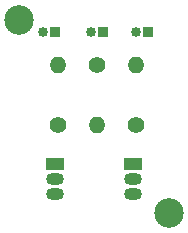
<source format=gbl>
G04 #@! TF.GenerationSoftware,KiCad,Pcbnew,(5.0.0)*
G04 #@! TF.CreationDate,2018-11-14T19:12:12+05:30*
G04 #@! TF.ProjectId,OPSUnit,4F5053556E69742E6B696361645F7063,rev?*
G04 #@! TF.SameCoordinates,Original*
G04 #@! TF.FileFunction,Copper,L2,Bot,Signal*
G04 #@! TF.FilePolarity,Positive*
%FSLAX46Y46*%
G04 Gerber Fmt 4.6, Leading zero omitted, Abs format (unit mm)*
G04 Created by KiCad (PCBNEW (5.0.0)) date 11/14/18 19:12:12*
%MOMM*%
%LPD*%
G01*
G04 APERTURE LIST*
G04 #@! TA.AperFunction,ComponentPad*
%ADD10C,1.400000*%
G04 #@! TD*
G04 #@! TA.AperFunction,ComponentPad*
%ADD11O,1.400000X1.400000*%
G04 #@! TD*
G04 #@! TA.AperFunction,ComponentPad*
%ADD12R,0.850000X0.850000*%
G04 #@! TD*
G04 #@! TA.AperFunction,ComponentPad*
%ADD13O,0.850000X0.850000*%
G04 #@! TD*
G04 #@! TA.AperFunction,ComponentPad*
%ADD14O,1.500000X1.050000*%
G04 #@! TD*
G04 #@! TA.AperFunction,ComponentPad*
%ADD15R,1.500000X1.050000*%
G04 #@! TD*
G04 #@! TA.AperFunction,ViaPad*
%ADD16C,2.500000*%
G04 #@! TD*
G04 APERTURE END LIST*
D10*
G04 #@! TO.P,R2,1*
G04 #@! TO.N,Net-(J2-Pad2)*
X150924000Y-116500000D03*
D11*
G04 #@! TO.P,R2,2*
G04 #@! TO.N,Net-(Q1-Pad1)*
X150924000Y-121580000D03*
G04 #@! TD*
D12*
G04 #@! TO.P,J1,1*
G04 #@! TO.N,Net-(J1-Pad1)*
X147368000Y-113706000D03*
D13*
G04 #@! TO.P,J1,2*
G04 #@! TO.N,Net-(J1-Pad2)*
X146368000Y-113706000D03*
G04 #@! TD*
G04 #@! TO.P,J2,2*
G04 #@! TO.N,Net-(J2-Pad2)*
X150432000Y-113706000D03*
D12*
G04 #@! TO.P,J2,1*
G04 #@! TO.N,GND*
X151432000Y-113706000D03*
G04 #@! TD*
G04 #@! TO.P,J3,1*
G04 #@! TO.N,Net-(J3-Pad1)*
X155226000Y-113706000D03*
D13*
G04 #@! TO.P,J3,2*
G04 #@! TO.N,Net-(J3-Pad2)*
X154226000Y-113706000D03*
G04 #@! TD*
D14*
G04 #@! TO.P,Q1,2*
G04 #@! TO.N,Net-(J1-Pad2)*
X147368000Y-126152000D03*
G04 #@! TO.P,Q1,3*
G04 #@! TO.N,Net-(Q1-Pad3)*
X147368000Y-127422000D03*
D15*
G04 #@! TO.P,Q1,1*
G04 #@! TO.N,Net-(Q1-Pad1)*
X147368000Y-124882000D03*
G04 #@! TD*
G04 #@! TO.P,Q2,1*
G04 #@! TO.N,Net-(J3-Pad1)*
X153972000Y-124882000D03*
D14*
G04 #@! TO.P,Q2,3*
G04 #@! TO.N,GND*
X153972000Y-127422000D03*
G04 #@! TO.P,Q2,2*
G04 #@! TO.N,Net-(Q1-Pad3)*
X153972000Y-126152000D03*
G04 #@! TD*
D10*
G04 #@! TO.P,R1,1*
G04 #@! TO.N,Net-(J2-Pad2)*
X147622000Y-121580000D03*
D11*
G04 #@! TO.P,R1,2*
G04 #@! TO.N,Net-(J1-Pad1)*
X147622000Y-116500000D03*
G04 #@! TD*
G04 #@! TO.P,R3,2*
G04 #@! TO.N,Net-(J3-Pad2)*
X154226000Y-116500000D03*
D10*
G04 #@! TO.P,R3,1*
G04 #@! TO.N,Net-(J2-Pad2)*
X154226000Y-121580000D03*
G04 #@! TD*
D16*
G04 #@! TO.N,*
X144320000Y-112690000D03*
X157000000Y-129000000D03*
G04 #@! TD*
M02*

</source>
